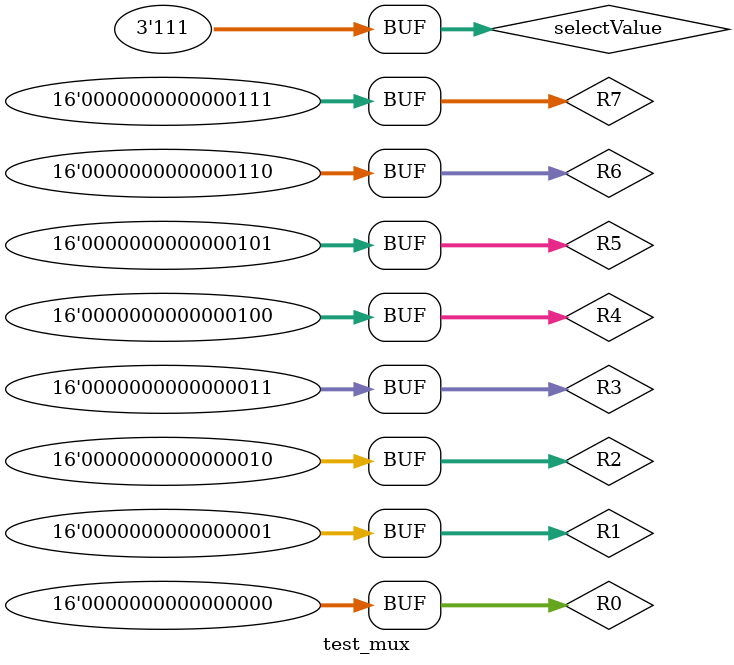
<source format=v>
module test_mux;
reg [2:0] selectValue;
reg [15:0] R0, R1, R2, R3, R4, R5, R6, R7;
wire [15:0] outputValue;

initial
begin
R0 = 16'b0;
R1 = 16'b1;
R2 = 16'b10;
R3 = 16'b11;
R4 = 16'b100;
R5 = 16'b101;
R6 = 16'b110;
R7 = 16'b111;
#5 selectValue = 3'b000;
#5 selectValue = 3'b001;
#5 selectValue = 3'b010;
#5 selectValue = 3'b011;
#5 selectValue = 3'b100;
#5 selectValue = 3'b101;
#5 selectValue = 3'b110;
#5 selectValue = 3'b111;
end

initial
begin 
$monitor($time, " output %d", outputValue);
end

mux8by1 muxTest(R0, R1, R2, R3, R4, R5, R6, R7, outputValue, selectValue);

endmodule
</source>
